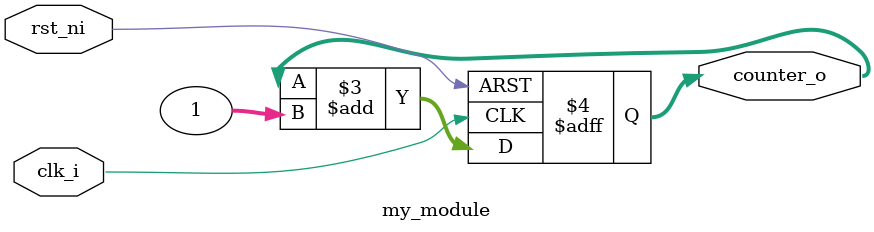
<source format=sv>
module my_module (
    input  logic        clk_i,
    input  logic        rst_ni,
    output logic [31:0] counter_o
);
  always_ff @(posedge clk_i or negedge rst_ni) begin
    if (!rst_ni)
      counter_o <= 32'd0;
    else
      counter_o <= counter_o + 1;
  end
endmodule
</source>
